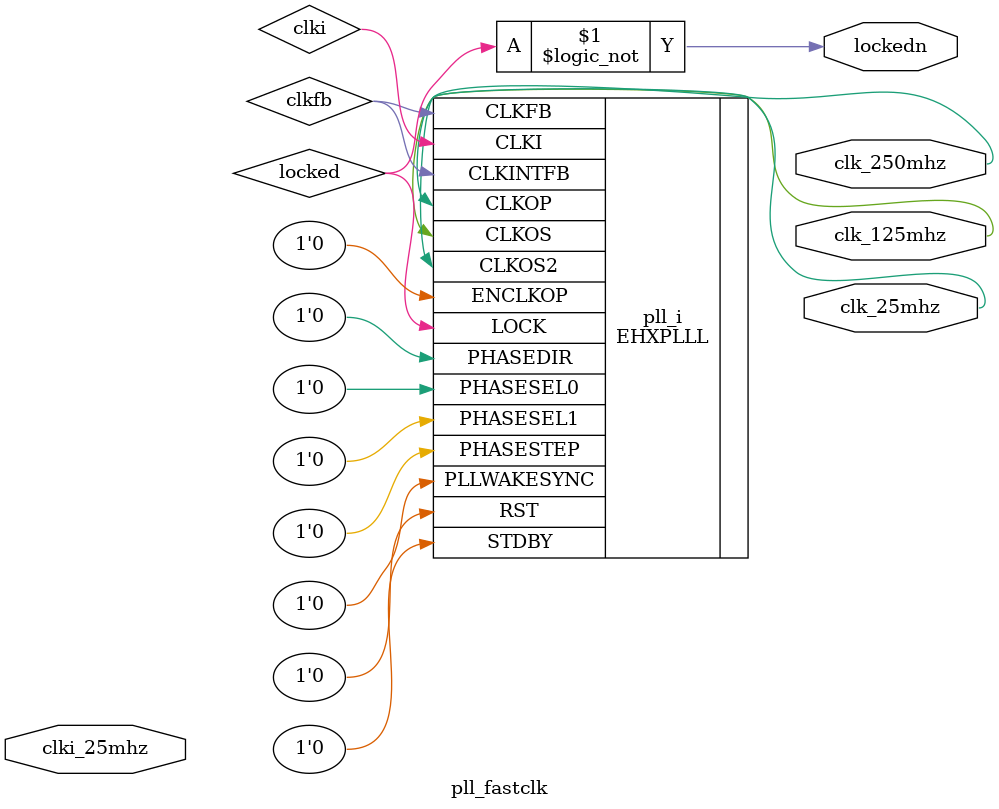
<source format=v>
module pll_fastclk(
	input clki_25mhz, 
	output clk_25mhz,
	output clk_125mhz,
	output clk_250mhz,
	output lockedn
	);
wire clkfb;
wire locked;
assign lockedn = !locked;
(* ICP_CURRENT="12" *) (* LPF_RESISTOR="8" *) (* MFG_ENABLE_FILTEROPAMP="1" *) (* MFG_GMCREF_SEL="2" *)
EHXPLLL #(
		.PLLRST_ENA("DISABLED"),
		.INTFB_WAKE("DISABLED"),
		.STDBY_ENABLE("DISABLED"),
		.DPHASE_SOURCE("DISABLED"),
		.CLKOP_FPHASE(0),
		.CLKOP_CPHASE(0),
		.OUTDIVIDER_MUXA("DIVA"),
		.CLKOP_ENABLE("ENABLED"),
		.CLKOP_DIV(2),
		.CLKOS_ENABLE("ENABLED"),
		.CLKOS_DIV(4),
		.CLKOS_CPHASE(0),
		.CLKOS_FPHASE(0),
		.CLKOS2_ENABLE("ENABLED"),
		.CLKOS2_DIV(20),
		.CLKOS2_CPHASE(0),
		.CLKOS2_FPHASE(0),
		.CLKFB_DIV(10),
		.CLKI_DIV(1),
		.FEEDBK_PATH("INT_OP")
) pll_i (
	.CLKI(clki),
	.CLKFB(clkfb),
	.CLKINTFB(clkfb),
	.CLKOP(clk_250mhz),
	.CLKOS(clk_125mhz),
	.CLKOS2(clk_25mhz),
	.RST(1'b0),
	.STDBY(1'b0),
	.PHASESEL0(1'b0),
	.PHASESEL1(1'b0),
	.PHASEDIR(1'b0),
	.PHASESTEP(1'b0),
	.PLLWAKESYNC(1'b0),
	.ENCLKOP(1'b0),
	.LOCK(locked)
	);
endmodule


</source>
